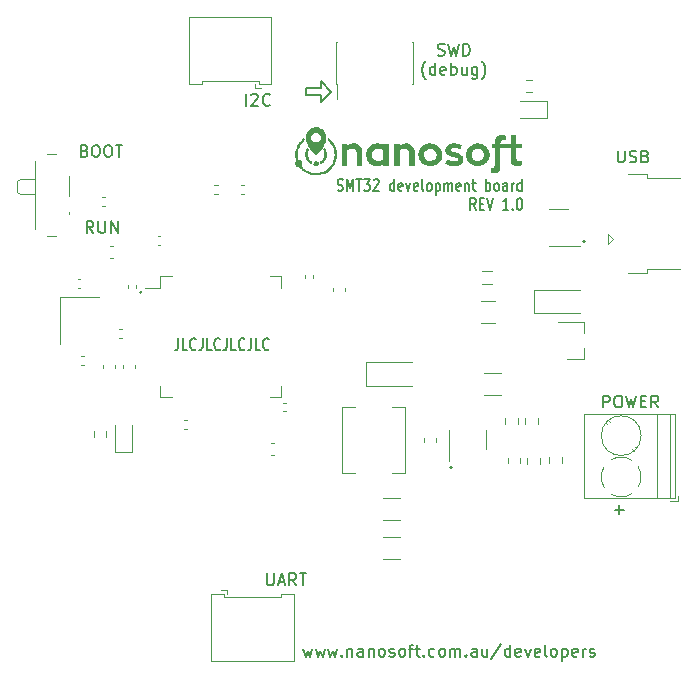
<source format=gbr>
%TF.GenerationSoftware,KiCad,Pcbnew,(5.99.0-7547-g7565f60a03)*%
%TF.CreationDate,2020-12-15T07:52:55+08:00*%
%TF.ProjectId,STM32F4_REV2,53544d33-3246-4345-9f52-4556322e6b69,rev?*%
%TF.SameCoordinates,Original*%
%TF.FileFunction,Legend,Top*%
%TF.FilePolarity,Positive*%
%FSLAX46Y46*%
G04 Gerber Fmt 4.6, Leading zero omitted, Abs format (unit mm)*
G04 Created by KiCad (PCBNEW (5.99.0-7547-g7565f60a03)) date 2020-12-15 07:52:55*
%MOMM*%
%LPD*%
G01*
G04 APERTURE LIST*
%ADD10C,0.150000*%
%ADD11C,0.120000*%
G04 APERTURE END LIST*
D10*
X109700000Y-72100000D02*
X109700000Y-72100000D01*
X109700000Y-72100000D02*
X109700000Y-72675000D01*
X109700000Y-72675000D02*
X109700000Y-72675000D01*
X109700000Y-72675000D02*
X109700000Y-72100000D01*
X110600000Y-73000000D02*
X109700000Y-72100000D01*
X94541063Y-89970000D02*
G75*
G03*
X94541063Y-89970000I-71063J0D01*
G01*
X109700000Y-73900000D02*
X110600000Y-73000000D01*
X108450000Y-73300000D02*
X109700000Y-73300000D01*
X109700000Y-72675000D02*
X108450000Y-72675000D01*
X120815139Y-104800000D02*
G75*
G03*
X120815139Y-104800000I-90139J0D01*
G01*
X108450000Y-72675000D02*
X108450000Y-73300000D01*
X109700000Y-73300000D02*
X109700000Y-73900000D01*
X132090139Y-85700000D02*
G75*
G03*
X132090139Y-85700000I-90139J0D01*
G01*
X134863095Y-77977380D02*
X134863095Y-78786904D01*
X134910714Y-78882142D01*
X134958333Y-78929761D01*
X135053571Y-78977380D01*
X135244047Y-78977380D01*
X135339285Y-78929761D01*
X135386904Y-78882142D01*
X135434523Y-78786904D01*
X135434523Y-77977380D01*
X135863095Y-78929761D02*
X136005952Y-78977380D01*
X136244047Y-78977380D01*
X136339285Y-78929761D01*
X136386904Y-78882142D01*
X136434523Y-78786904D01*
X136434523Y-78691666D01*
X136386904Y-78596428D01*
X136339285Y-78548809D01*
X136244047Y-78501190D01*
X136053571Y-78453571D01*
X135958333Y-78405952D01*
X135910714Y-78358333D01*
X135863095Y-78263095D01*
X135863095Y-78167857D01*
X135910714Y-78072619D01*
X135958333Y-78025000D01*
X136053571Y-77977380D01*
X136291666Y-77977380D01*
X136434523Y-78025000D01*
X137196428Y-78453571D02*
X137339285Y-78501190D01*
X137386904Y-78548809D01*
X137434523Y-78644047D01*
X137434523Y-78786904D01*
X137386904Y-78882142D01*
X137339285Y-78929761D01*
X137244047Y-78977380D01*
X136863095Y-78977380D01*
X136863095Y-77977380D01*
X137196428Y-77977380D01*
X137291666Y-78025000D01*
X137339285Y-78072619D01*
X137386904Y-78167857D01*
X137386904Y-78263095D01*
X137339285Y-78358333D01*
X137291666Y-78405952D01*
X137196428Y-78453571D01*
X136863095Y-78453571D01*
X108242857Y-120160714D02*
X108433333Y-120827380D01*
X108623809Y-120351190D01*
X108814285Y-120827380D01*
X109004761Y-120160714D01*
X109290476Y-120160714D02*
X109480952Y-120827380D01*
X109671428Y-120351190D01*
X109861904Y-120827380D01*
X110052380Y-120160714D01*
X110338095Y-120160714D02*
X110528571Y-120827380D01*
X110719047Y-120351190D01*
X110909523Y-120827380D01*
X111100000Y-120160714D01*
X111480952Y-120732142D02*
X111528571Y-120779761D01*
X111480952Y-120827380D01*
X111433333Y-120779761D01*
X111480952Y-120732142D01*
X111480952Y-120827380D01*
X111957142Y-120160714D02*
X111957142Y-120827380D01*
X111957142Y-120255952D02*
X112004761Y-120208333D01*
X112100000Y-120160714D01*
X112242857Y-120160714D01*
X112338095Y-120208333D01*
X112385714Y-120303571D01*
X112385714Y-120827380D01*
X113290476Y-120827380D02*
X113290476Y-120303571D01*
X113242857Y-120208333D01*
X113147619Y-120160714D01*
X112957142Y-120160714D01*
X112861904Y-120208333D01*
X113290476Y-120779761D02*
X113195238Y-120827380D01*
X112957142Y-120827380D01*
X112861904Y-120779761D01*
X112814285Y-120684523D01*
X112814285Y-120589285D01*
X112861904Y-120494047D01*
X112957142Y-120446428D01*
X113195238Y-120446428D01*
X113290476Y-120398809D01*
X113766666Y-120160714D02*
X113766666Y-120827380D01*
X113766666Y-120255952D02*
X113814285Y-120208333D01*
X113909523Y-120160714D01*
X114052380Y-120160714D01*
X114147619Y-120208333D01*
X114195238Y-120303571D01*
X114195238Y-120827380D01*
X114814285Y-120827380D02*
X114719047Y-120779761D01*
X114671428Y-120732142D01*
X114623809Y-120636904D01*
X114623809Y-120351190D01*
X114671428Y-120255952D01*
X114719047Y-120208333D01*
X114814285Y-120160714D01*
X114957142Y-120160714D01*
X115052380Y-120208333D01*
X115100000Y-120255952D01*
X115147619Y-120351190D01*
X115147619Y-120636904D01*
X115100000Y-120732142D01*
X115052380Y-120779761D01*
X114957142Y-120827380D01*
X114814285Y-120827380D01*
X115528571Y-120779761D02*
X115623809Y-120827380D01*
X115814285Y-120827380D01*
X115909523Y-120779761D01*
X115957142Y-120684523D01*
X115957142Y-120636904D01*
X115909523Y-120541666D01*
X115814285Y-120494047D01*
X115671428Y-120494047D01*
X115576190Y-120446428D01*
X115528571Y-120351190D01*
X115528571Y-120303571D01*
X115576190Y-120208333D01*
X115671428Y-120160714D01*
X115814285Y-120160714D01*
X115909523Y-120208333D01*
X116528571Y-120827380D02*
X116433333Y-120779761D01*
X116385714Y-120732142D01*
X116338095Y-120636904D01*
X116338095Y-120351190D01*
X116385714Y-120255952D01*
X116433333Y-120208333D01*
X116528571Y-120160714D01*
X116671428Y-120160714D01*
X116766666Y-120208333D01*
X116814285Y-120255952D01*
X116861904Y-120351190D01*
X116861904Y-120636904D01*
X116814285Y-120732142D01*
X116766666Y-120779761D01*
X116671428Y-120827380D01*
X116528571Y-120827380D01*
X117147619Y-120160714D02*
X117528571Y-120160714D01*
X117290476Y-120827380D02*
X117290476Y-119970238D01*
X117338095Y-119875000D01*
X117433333Y-119827380D01*
X117528571Y-119827380D01*
X117719047Y-120160714D02*
X118100000Y-120160714D01*
X117861904Y-119827380D02*
X117861904Y-120684523D01*
X117909523Y-120779761D01*
X118004761Y-120827380D01*
X118100000Y-120827380D01*
X118433333Y-120732142D02*
X118480952Y-120779761D01*
X118433333Y-120827380D01*
X118385714Y-120779761D01*
X118433333Y-120732142D01*
X118433333Y-120827380D01*
X119338095Y-120779761D02*
X119242857Y-120827380D01*
X119052380Y-120827380D01*
X118957142Y-120779761D01*
X118909523Y-120732142D01*
X118861904Y-120636904D01*
X118861904Y-120351190D01*
X118909523Y-120255952D01*
X118957142Y-120208333D01*
X119052380Y-120160714D01*
X119242857Y-120160714D01*
X119338095Y-120208333D01*
X119909523Y-120827380D02*
X119814285Y-120779761D01*
X119766666Y-120732142D01*
X119719047Y-120636904D01*
X119719047Y-120351190D01*
X119766666Y-120255952D01*
X119814285Y-120208333D01*
X119909523Y-120160714D01*
X120052380Y-120160714D01*
X120147619Y-120208333D01*
X120195238Y-120255952D01*
X120242857Y-120351190D01*
X120242857Y-120636904D01*
X120195238Y-120732142D01*
X120147619Y-120779761D01*
X120052380Y-120827380D01*
X119909523Y-120827380D01*
X120671428Y-120827380D02*
X120671428Y-120160714D01*
X120671428Y-120255952D02*
X120719047Y-120208333D01*
X120814285Y-120160714D01*
X120957142Y-120160714D01*
X121052380Y-120208333D01*
X121100000Y-120303571D01*
X121100000Y-120827380D01*
X121100000Y-120303571D02*
X121147619Y-120208333D01*
X121242857Y-120160714D01*
X121385714Y-120160714D01*
X121480952Y-120208333D01*
X121528571Y-120303571D01*
X121528571Y-120827380D01*
X122004761Y-120732142D02*
X122052380Y-120779761D01*
X122004761Y-120827380D01*
X121957142Y-120779761D01*
X122004761Y-120732142D01*
X122004761Y-120827380D01*
X122909523Y-120827380D02*
X122909523Y-120303571D01*
X122861904Y-120208333D01*
X122766666Y-120160714D01*
X122576190Y-120160714D01*
X122480952Y-120208333D01*
X122909523Y-120779761D02*
X122814285Y-120827380D01*
X122576190Y-120827380D01*
X122480952Y-120779761D01*
X122433333Y-120684523D01*
X122433333Y-120589285D01*
X122480952Y-120494047D01*
X122576190Y-120446428D01*
X122814285Y-120446428D01*
X122909523Y-120398809D01*
X123814285Y-120160714D02*
X123814285Y-120827380D01*
X123385714Y-120160714D02*
X123385714Y-120684523D01*
X123433333Y-120779761D01*
X123528571Y-120827380D01*
X123671428Y-120827380D01*
X123766666Y-120779761D01*
X123814285Y-120732142D01*
X125004761Y-119779761D02*
X124147619Y-121065476D01*
X125766666Y-120827380D02*
X125766666Y-119827380D01*
X125766666Y-120779761D02*
X125671428Y-120827380D01*
X125480952Y-120827380D01*
X125385714Y-120779761D01*
X125338095Y-120732142D01*
X125290476Y-120636904D01*
X125290476Y-120351190D01*
X125338095Y-120255952D01*
X125385714Y-120208333D01*
X125480952Y-120160714D01*
X125671428Y-120160714D01*
X125766666Y-120208333D01*
X126623809Y-120779761D02*
X126528571Y-120827380D01*
X126338095Y-120827380D01*
X126242857Y-120779761D01*
X126195238Y-120684523D01*
X126195238Y-120303571D01*
X126242857Y-120208333D01*
X126338095Y-120160714D01*
X126528571Y-120160714D01*
X126623809Y-120208333D01*
X126671428Y-120303571D01*
X126671428Y-120398809D01*
X126195238Y-120494047D01*
X127004761Y-120160714D02*
X127242857Y-120827380D01*
X127480952Y-120160714D01*
X128242857Y-120779761D02*
X128147619Y-120827380D01*
X127957142Y-120827380D01*
X127861904Y-120779761D01*
X127814285Y-120684523D01*
X127814285Y-120303571D01*
X127861904Y-120208333D01*
X127957142Y-120160714D01*
X128147619Y-120160714D01*
X128242857Y-120208333D01*
X128290476Y-120303571D01*
X128290476Y-120398809D01*
X127814285Y-120494047D01*
X128861904Y-120827380D02*
X128766666Y-120779761D01*
X128719047Y-120684523D01*
X128719047Y-119827380D01*
X129385714Y-120827380D02*
X129290476Y-120779761D01*
X129242857Y-120732142D01*
X129195238Y-120636904D01*
X129195238Y-120351190D01*
X129242857Y-120255952D01*
X129290476Y-120208333D01*
X129385714Y-120160714D01*
X129528571Y-120160714D01*
X129623809Y-120208333D01*
X129671428Y-120255952D01*
X129719047Y-120351190D01*
X129719047Y-120636904D01*
X129671428Y-120732142D01*
X129623809Y-120779761D01*
X129528571Y-120827380D01*
X129385714Y-120827380D01*
X130147619Y-120160714D02*
X130147619Y-121160714D01*
X130147619Y-120208333D02*
X130242857Y-120160714D01*
X130433333Y-120160714D01*
X130528571Y-120208333D01*
X130576190Y-120255952D01*
X130623809Y-120351190D01*
X130623809Y-120636904D01*
X130576190Y-120732142D01*
X130528571Y-120779761D01*
X130433333Y-120827380D01*
X130242857Y-120827380D01*
X130147619Y-120779761D01*
X131433333Y-120779761D02*
X131338095Y-120827380D01*
X131147619Y-120827380D01*
X131052380Y-120779761D01*
X131004761Y-120684523D01*
X131004761Y-120303571D01*
X131052380Y-120208333D01*
X131147619Y-120160714D01*
X131338095Y-120160714D01*
X131433333Y-120208333D01*
X131480952Y-120303571D01*
X131480952Y-120398809D01*
X131004761Y-120494047D01*
X131909523Y-120827380D02*
X131909523Y-120160714D01*
X131909523Y-120351190D02*
X131957142Y-120255952D01*
X132004761Y-120208333D01*
X132100000Y-120160714D01*
X132195238Y-120160714D01*
X132480952Y-120779761D02*
X132576190Y-120827380D01*
X132766666Y-120827380D01*
X132861904Y-120779761D01*
X132909523Y-120684523D01*
X132909523Y-120636904D01*
X132861904Y-120541666D01*
X132766666Y-120494047D01*
X132623809Y-120494047D01*
X132528571Y-120446428D01*
X132480952Y-120351190D01*
X132480952Y-120303571D01*
X132528571Y-120208333D01*
X132623809Y-120160714D01*
X132766666Y-120160714D01*
X132861904Y-120208333D01*
X105154761Y-113777380D02*
X105154761Y-114586904D01*
X105202380Y-114682142D01*
X105250000Y-114729761D01*
X105345238Y-114777380D01*
X105535714Y-114777380D01*
X105630952Y-114729761D01*
X105678571Y-114682142D01*
X105726190Y-114586904D01*
X105726190Y-113777380D01*
X106154761Y-114491666D02*
X106630952Y-114491666D01*
X106059523Y-114777380D02*
X106392857Y-113777380D01*
X106726190Y-114777380D01*
X107630952Y-114777380D02*
X107297619Y-114301190D01*
X107059523Y-114777380D02*
X107059523Y-113777380D01*
X107440476Y-113777380D01*
X107535714Y-113825000D01*
X107583333Y-113872619D01*
X107630952Y-113967857D01*
X107630952Y-114110714D01*
X107583333Y-114205952D01*
X107535714Y-114253571D01*
X107440476Y-114301190D01*
X107059523Y-114301190D01*
X107916666Y-113777380D02*
X108488095Y-113777380D01*
X108202380Y-114777380D02*
X108202380Y-113777380D01*
X89717857Y-78003571D02*
X89860714Y-78051190D01*
X89908333Y-78098809D01*
X89955952Y-78194047D01*
X89955952Y-78336904D01*
X89908333Y-78432142D01*
X89860714Y-78479761D01*
X89765476Y-78527380D01*
X89384523Y-78527380D01*
X89384523Y-77527380D01*
X89717857Y-77527380D01*
X89813095Y-77575000D01*
X89860714Y-77622619D01*
X89908333Y-77717857D01*
X89908333Y-77813095D01*
X89860714Y-77908333D01*
X89813095Y-77955952D01*
X89717857Y-78003571D01*
X89384523Y-78003571D01*
X90575000Y-77527380D02*
X90765476Y-77527380D01*
X90860714Y-77575000D01*
X90955952Y-77670238D01*
X91003571Y-77860714D01*
X91003571Y-78194047D01*
X90955952Y-78384523D01*
X90860714Y-78479761D01*
X90765476Y-78527380D01*
X90575000Y-78527380D01*
X90479761Y-78479761D01*
X90384523Y-78384523D01*
X90336904Y-78194047D01*
X90336904Y-77860714D01*
X90384523Y-77670238D01*
X90479761Y-77575000D01*
X90575000Y-77527380D01*
X91622619Y-77527380D02*
X91813095Y-77527380D01*
X91908333Y-77575000D01*
X92003571Y-77670238D01*
X92051190Y-77860714D01*
X92051190Y-78194047D01*
X92003571Y-78384523D01*
X91908333Y-78479761D01*
X91813095Y-78527380D01*
X91622619Y-78527380D01*
X91527380Y-78479761D01*
X91432142Y-78384523D01*
X91384523Y-78194047D01*
X91384523Y-77860714D01*
X91432142Y-77670238D01*
X91527380Y-77575000D01*
X91622619Y-77527380D01*
X92336904Y-77527380D02*
X92908333Y-77527380D01*
X92622619Y-78527380D02*
X92622619Y-77527380D01*
X103398809Y-74177380D02*
X103398809Y-73177380D01*
X103827380Y-73272619D02*
X103875000Y-73225000D01*
X103970238Y-73177380D01*
X104208333Y-73177380D01*
X104303571Y-73225000D01*
X104351190Y-73272619D01*
X104398809Y-73367857D01*
X104398809Y-73463095D01*
X104351190Y-73605952D01*
X103779761Y-74177380D01*
X104398809Y-74177380D01*
X105398809Y-74082142D02*
X105351190Y-74129761D01*
X105208333Y-74177380D01*
X105113095Y-74177380D01*
X104970238Y-74129761D01*
X104875000Y-74034523D01*
X104827380Y-73939285D01*
X104779761Y-73748809D01*
X104779761Y-73605952D01*
X104827380Y-73415476D01*
X104875000Y-73320238D01*
X104970238Y-73225000D01*
X105113095Y-73177380D01*
X105208333Y-73177380D01*
X105351190Y-73225000D01*
X105398809Y-73272619D01*
X119617857Y-69899761D02*
X119760714Y-69947380D01*
X119998809Y-69947380D01*
X120094047Y-69899761D01*
X120141666Y-69852142D01*
X120189285Y-69756904D01*
X120189285Y-69661666D01*
X120141666Y-69566428D01*
X120094047Y-69518809D01*
X119998809Y-69471190D01*
X119808333Y-69423571D01*
X119713095Y-69375952D01*
X119665476Y-69328333D01*
X119617857Y-69233095D01*
X119617857Y-69137857D01*
X119665476Y-69042619D01*
X119713095Y-68995000D01*
X119808333Y-68947380D01*
X120046428Y-68947380D01*
X120189285Y-68995000D01*
X120522619Y-68947380D02*
X120760714Y-69947380D01*
X120951190Y-69233095D01*
X121141666Y-69947380D01*
X121379761Y-68947380D01*
X121760714Y-69947380D02*
X121760714Y-68947380D01*
X121998809Y-68947380D01*
X122141666Y-68995000D01*
X122236904Y-69090238D01*
X122284523Y-69185476D01*
X122332142Y-69375952D01*
X122332142Y-69518809D01*
X122284523Y-69709285D01*
X122236904Y-69804523D01*
X122141666Y-69899761D01*
X121998809Y-69947380D01*
X121760714Y-69947380D01*
X118594047Y-71938333D02*
X118546428Y-71890714D01*
X118451190Y-71747857D01*
X118403571Y-71652619D01*
X118355952Y-71509761D01*
X118308333Y-71271666D01*
X118308333Y-71081190D01*
X118355952Y-70843095D01*
X118403571Y-70700238D01*
X118451190Y-70605000D01*
X118546428Y-70462142D01*
X118594047Y-70414523D01*
X119403571Y-71557380D02*
X119403571Y-70557380D01*
X119403571Y-71509761D02*
X119308333Y-71557380D01*
X119117857Y-71557380D01*
X119022619Y-71509761D01*
X118975000Y-71462142D01*
X118927380Y-71366904D01*
X118927380Y-71081190D01*
X118975000Y-70985952D01*
X119022619Y-70938333D01*
X119117857Y-70890714D01*
X119308333Y-70890714D01*
X119403571Y-70938333D01*
X120260714Y-71509761D02*
X120165476Y-71557380D01*
X119975000Y-71557380D01*
X119879761Y-71509761D01*
X119832142Y-71414523D01*
X119832142Y-71033571D01*
X119879761Y-70938333D01*
X119975000Y-70890714D01*
X120165476Y-70890714D01*
X120260714Y-70938333D01*
X120308333Y-71033571D01*
X120308333Y-71128809D01*
X119832142Y-71224047D01*
X120736904Y-71557380D02*
X120736904Y-70557380D01*
X120736904Y-70938333D02*
X120832142Y-70890714D01*
X121022619Y-70890714D01*
X121117857Y-70938333D01*
X121165476Y-70985952D01*
X121213095Y-71081190D01*
X121213095Y-71366904D01*
X121165476Y-71462142D01*
X121117857Y-71509761D01*
X121022619Y-71557380D01*
X120832142Y-71557380D01*
X120736904Y-71509761D01*
X122070238Y-70890714D02*
X122070238Y-71557380D01*
X121641666Y-70890714D02*
X121641666Y-71414523D01*
X121689285Y-71509761D01*
X121784523Y-71557380D01*
X121927380Y-71557380D01*
X122022619Y-71509761D01*
X122070238Y-71462142D01*
X122975000Y-70890714D02*
X122975000Y-71700238D01*
X122927380Y-71795476D01*
X122879761Y-71843095D01*
X122784523Y-71890714D01*
X122641666Y-71890714D01*
X122546428Y-71843095D01*
X122975000Y-71509761D02*
X122879761Y-71557380D01*
X122689285Y-71557380D01*
X122594047Y-71509761D01*
X122546428Y-71462142D01*
X122498809Y-71366904D01*
X122498809Y-71081190D01*
X122546428Y-70985952D01*
X122594047Y-70938333D01*
X122689285Y-70890714D01*
X122879761Y-70890714D01*
X122975000Y-70938333D01*
X123355952Y-71938333D02*
X123403571Y-71890714D01*
X123498809Y-71747857D01*
X123546428Y-71652619D01*
X123594047Y-71509761D01*
X123641666Y-71271666D01*
X123641666Y-71081190D01*
X123594047Y-70843095D01*
X123546428Y-70700238D01*
X123498809Y-70605000D01*
X123403571Y-70462142D01*
X123355952Y-70414523D01*
X133615476Y-99727380D02*
X133615476Y-98727380D01*
X133996428Y-98727380D01*
X134091666Y-98775000D01*
X134139285Y-98822619D01*
X134186904Y-98917857D01*
X134186904Y-99060714D01*
X134139285Y-99155952D01*
X134091666Y-99203571D01*
X133996428Y-99251190D01*
X133615476Y-99251190D01*
X134805952Y-98727380D02*
X134996428Y-98727380D01*
X135091666Y-98775000D01*
X135186904Y-98870238D01*
X135234523Y-99060714D01*
X135234523Y-99394047D01*
X135186904Y-99584523D01*
X135091666Y-99679761D01*
X134996428Y-99727380D01*
X134805952Y-99727380D01*
X134710714Y-99679761D01*
X134615476Y-99584523D01*
X134567857Y-99394047D01*
X134567857Y-99060714D01*
X134615476Y-98870238D01*
X134710714Y-98775000D01*
X134805952Y-98727380D01*
X135567857Y-98727380D02*
X135805952Y-99727380D01*
X135996428Y-99013095D01*
X136186904Y-99727380D01*
X136425000Y-98727380D01*
X136805952Y-99203571D02*
X137139285Y-99203571D01*
X137282142Y-99727380D02*
X136805952Y-99727380D01*
X136805952Y-98727380D01*
X137282142Y-98727380D01*
X138282142Y-99727380D02*
X137948809Y-99251190D01*
X137710714Y-99727380D02*
X137710714Y-98727380D01*
X138091666Y-98727380D01*
X138186904Y-98775000D01*
X138234523Y-98822619D01*
X138282142Y-98917857D01*
X138282142Y-99060714D01*
X138234523Y-99155952D01*
X138186904Y-99203571D01*
X138091666Y-99251190D01*
X137710714Y-99251190D01*
X90461904Y-84952380D02*
X90128571Y-84476190D01*
X89890476Y-84952380D02*
X89890476Y-83952380D01*
X90271428Y-83952380D01*
X90366666Y-84000000D01*
X90414285Y-84047619D01*
X90461904Y-84142857D01*
X90461904Y-84285714D01*
X90414285Y-84380952D01*
X90366666Y-84428571D01*
X90271428Y-84476190D01*
X89890476Y-84476190D01*
X90890476Y-83952380D02*
X90890476Y-84761904D01*
X90938095Y-84857142D01*
X90985714Y-84904761D01*
X91080952Y-84952380D01*
X91271428Y-84952380D01*
X91366666Y-84904761D01*
X91414285Y-84857142D01*
X91461904Y-84761904D01*
X91461904Y-83952380D01*
X91938095Y-84952380D02*
X91938095Y-83952380D01*
X92509523Y-84952380D01*
X92509523Y-83952380D01*
X111131071Y-81349761D02*
X111245357Y-81397380D01*
X111435833Y-81397380D01*
X111512023Y-81349761D01*
X111550119Y-81302142D01*
X111588214Y-81206904D01*
X111588214Y-81111666D01*
X111550119Y-81016428D01*
X111512023Y-80968809D01*
X111435833Y-80921190D01*
X111283452Y-80873571D01*
X111207261Y-80825952D01*
X111169166Y-80778333D01*
X111131071Y-80683095D01*
X111131071Y-80587857D01*
X111169166Y-80492619D01*
X111207261Y-80445000D01*
X111283452Y-80397380D01*
X111473928Y-80397380D01*
X111588214Y-80445000D01*
X111931071Y-81397380D02*
X111931071Y-80397380D01*
X112197738Y-81111666D01*
X112464404Y-80397380D01*
X112464404Y-81397380D01*
X112731071Y-80397380D02*
X113188214Y-80397380D01*
X112959642Y-81397380D02*
X112959642Y-80397380D01*
X113378690Y-80397380D02*
X113873928Y-80397380D01*
X113607261Y-80778333D01*
X113721547Y-80778333D01*
X113797738Y-80825952D01*
X113835833Y-80873571D01*
X113873928Y-80968809D01*
X113873928Y-81206904D01*
X113835833Y-81302142D01*
X113797738Y-81349761D01*
X113721547Y-81397380D01*
X113492976Y-81397380D01*
X113416785Y-81349761D01*
X113378690Y-81302142D01*
X114178690Y-80492619D02*
X114216785Y-80445000D01*
X114292976Y-80397380D01*
X114483452Y-80397380D01*
X114559642Y-80445000D01*
X114597738Y-80492619D01*
X114635833Y-80587857D01*
X114635833Y-80683095D01*
X114597738Y-80825952D01*
X114140595Y-81397380D01*
X114635833Y-81397380D01*
X115931071Y-81397380D02*
X115931071Y-80397380D01*
X115931071Y-81349761D02*
X115854880Y-81397380D01*
X115702500Y-81397380D01*
X115626309Y-81349761D01*
X115588214Y-81302142D01*
X115550119Y-81206904D01*
X115550119Y-80921190D01*
X115588214Y-80825952D01*
X115626309Y-80778333D01*
X115702500Y-80730714D01*
X115854880Y-80730714D01*
X115931071Y-80778333D01*
X116616785Y-81349761D02*
X116540595Y-81397380D01*
X116388214Y-81397380D01*
X116312023Y-81349761D01*
X116273928Y-81254523D01*
X116273928Y-80873571D01*
X116312023Y-80778333D01*
X116388214Y-80730714D01*
X116540595Y-80730714D01*
X116616785Y-80778333D01*
X116654880Y-80873571D01*
X116654880Y-80968809D01*
X116273928Y-81064047D01*
X116921547Y-80730714D02*
X117112023Y-81397380D01*
X117302500Y-80730714D01*
X117912023Y-81349761D02*
X117835833Y-81397380D01*
X117683452Y-81397380D01*
X117607261Y-81349761D01*
X117569166Y-81254523D01*
X117569166Y-80873571D01*
X117607261Y-80778333D01*
X117683452Y-80730714D01*
X117835833Y-80730714D01*
X117912023Y-80778333D01*
X117950119Y-80873571D01*
X117950119Y-80968809D01*
X117569166Y-81064047D01*
X118407261Y-81397380D02*
X118331071Y-81349761D01*
X118292976Y-81254523D01*
X118292976Y-80397380D01*
X118826309Y-81397380D02*
X118750119Y-81349761D01*
X118712023Y-81302142D01*
X118673928Y-81206904D01*
X118673928Y-80921190D01*
X118712023Y-80825952D01*
X118750119Y-80778333D01*
X118826309Y-80730714D01*
X118940595Y-80730714D01*
X119016785Y-80778333D01*
X119054880Y-80825952D01*
X119092976Y-80921190D01*
X119092976Y-81206904D01*
X119054880Y-81302142D01*
X119016785Y-81349761D01*
X118940595Y-81397380D01*
X118826309Y-81397380D01*
X119435833Y-80730714D02*
X119435833Y-81730714D01*
X119435833Y-80778333D02*
X119512023Y-80730714D01*
X119664404Y-80730714D01*
X119740595Y-80778333D01*
X119778690Y-80825952D01*
X119816785Y-80921190D01*
X119816785Y-81206904D01*
X119778690Y-81302142D01*
X119740595Y-81349761D01*
X119664404Y-81397380D01*
X119512023Y-81397380D01*
X119435833Y-81349761D01*
X120159642Y-81397380D02*
X120159642Y-80730714D01*
X120159642Y-80825952D02*
X120197738Y-80778333D01*
X120273928Y-80730714D01*
X120388214Y-80730714D01*
X120464404Y-80778333D01*
X120502500Y-80873571D01*
X120502500Y-81397380D01*
X120502500Y-80873571D02*
X120540595Y-80778333D01*
X120616785Y-80730714D01*
X120731071Y-80730714D01*
X120807261Y-80778333D01*
X120845357Y-80873571D01*
X120845357Y-81397380D01*
X121531071Y-81349761D02*
X121454880Y-81397380D01*
X121302500Y-81397380D01*
X121226309Y-81349761D01*
X121188214Y-81254523D01*
X121188214Y-80873571D01*
X121226309Y-80778333D01*
X121302500Y-80730714D01*
X121454880Y-80730714D01*
X121531071Y-80778333D01*
X121569166Y-80873571D01*
X121569166Y-80968809D01*
X121188214Y-81064047D01*
X121912023Y-80730714D02*
X121912023Y-81397380D01*
X121912023Y-80825952D02*
X121950119Y-80778333D01*
X122026309Y-80730714D01*
X122140595Y-80730714D01*
X122216785Y-80778333D01*
X122254880Y-80873571D01*
X122254880Y-81397380D01*
X122521547Y-80730714D02*
X122826309Y-80730714D01*
X122635833Y-80397380D02*
X122635833Y-81254523D01*
X122673928Y-81349761D01*
X122750119Y-81397380D01*
X122826309Y-81397380D01*
X123702500Y-81397380D02*
X123702500Y-80397380D01*
X123702500Y-80778333D02*
X123778690Y-80730714D01*
X123931071Y-80730714D01*
X124007261Y-80778333D01*
X124045357Y-80825952D01*
X124083452Y-80921190D01*
X124083452Y-81206904D01*
X124045357Y-81302142D01*
X124007261Y-81349761D01*
X123931071Y-81397380D01*
X123778690Y-81397380D01*
X123702500Y-81349761D01*
X124540595Y-81397380D02*
X124464404Y-81349761D01*
X124426309Y-81302142D01*
X124388214Y-81206904D01*
X124388214Y-80921190D01*
X124426309Y-80825952D01*
X124464404Y-80778333D01*
X124540595Y-80730714D01*
X124654880Y-80730714D01*
X124731071Y-80778333D01*
X124769166Y-80825952D01*
X124807261Y-80921190D01*
X124807261Y-81206904D01*
X124769166Y-81302142D01*
X124731071Y-81349761D01*
X124654880Y-81397380D01*
X124540595Y-81397380D01*
X125492976Y-81397380D02*
X125492976Y-80873571D01*
X125454880Y-80778333D01*
X125378690Y-80730714D01*
X125226309Y-80730714D01*
X125150119Y-80778333D01*
X125492976Y-81349761D02*
X125416785Y-81397380D01*
X125226309Y-81397380D01*
X125150119Y-81349761D01*
X125112023Y-81254523D01*
X125112023Y-81159285D01*
X125150119Y-81064047D01*
X125226309Y-81016428D01*
X125416785Y-81016428D01*
X125492976Y-80968809D01*
X125873928Y-81397380D02*
X125873928Y-80730714D01*
X125873928Y-80921190D02*
X125912023Y-80825952D01*
X125950119Y-80778333D01*
X126026309Y-80730714D01*
X126102500Y-80730714D01*
X126712023Y-81397380D02*
X126712023Y-80397380D01*
X126712023Y-81349761D02*
X126635833Y-81397380D01*
X126483452Y-81397380D01*
X126407261Y-81349761D01*
X126369166Y-81302142D01*
X126331071Y-81206904D01*
X126331071Y-80921190D01*
X126369166Y-80825952D01*
X126407261Y-80778333D01*
X126483452Y-80730714D01*
X126635833Y-80730714D01*
X126712023Y-80778333D01*
X122826309Y-83007380D02*
X122559642Y-82531190D01*
X122369166Y-83007380D02*
X122369166Y-82007380D01*
X122673928Y-82007380D01*
X122750119Y-82055000D01*
X122788214Y-82102619D01*
X122826309Y-82197857D01*
X122826309Y-82340714D01*
X122788214Y-82435952D01*
X122750119Y-82483571D01*
X122673928Y-82531190D01*
X122369166Y-82531190D01*
X123169166Y-82483571D02*
X123435833Y-82483571D01*
X123550119Y-83007380D02*
X123169166Y-83007380D01*
X123169166Y-82007380D01*
X123550119Y-82007380D01*
X123778690Y-82007380D02*
X124045357Y-83007380D01*
X124312023Y-82007380D01*
X125607261Y-83007380D02*
X125150119Y-83007380D01*
X125378690Y-83007380D02*
X125378690Y-82007380D01*
X125302500Y-82150238D01*
X125226309Y-82245476D01*
X125150119Y-82293095D01*
X125950119Y-82912142D02*
X125988214Y-82959761D01*
X125950119Y-83007380D01*
X125912023Y-82959761D01*
X125950119Y-82912142D01*
X125950119Y-83007380D01*
X126483452Y-82007380D02*
X126559642Y-82007380D01*
X126635833Y-82055000D01*
X126673928Y-82102619D01*
X126712023Y-82197857D01*
X126750119Y-82388333D01*
X126750119Y-82626428D01*
X126712023Y-82816904D01*
X126673928Y-82912142D01*
X126635833Y-82959761D01*
X126559642Y-83007380D01*
X126483452Y-83007380D01*
X126407261Y-82959761D01*
X126369166Y-82912142D01*
X126331071Y-82816904D01*
X126292976Y-82626428D01*
X126292976Y-82388333D01*
X126331071Y-82197857D01*
X126369166Y-82102619D01*
X126407261Y-82055000D01*
X126483452Y-82007380D01*
X97654761Y-93877380D02*
X97654761Y-94591666D01*
X97616666Y-94734523D01*
X97540476Y-94829761D01*
X97426190Y-94877380D01*
X97350000Y-94877380D01*
X98416666Y-94877380D02*
X98035714Y-94877380D01*
X98035714Y-93877380D01*
X99140476Y-94782142D02*
X99102380Y-94829761D01*
X98988095Y-94877380D01*
X98911904Y-94877380D01*
X98797619Y-94829761D01*
X98721428Y-94734523D01*
X98683333Y-94639285D01*
X98645238Y-94448809D01*
X98645238Y-94305952D01*
X98683333Y-94115476D01*
X98721428Y-94020238D01*
X98797619Y-93925000D01*
X98911904Y-93877380D01*
X98988095Y-93877380D01*
X99102380Y-93925000D01*
X99140476Y-93972619D01*
X99711904Y-93877380D02*
X99711904Y-94591666D01*
X99673809Y-94734523D01*
X99597619Y-94829761D01*
X99483333Y-94877380D01*
X99407142Y-94877380D01*
X100473809Y-94877380D02*
X100092857Y-94877380D01*
X100092857Y-93877380D01*
X101197619Y-94782142D02*
X101159523Y-94829761D01*
X101045238Y-94877380D01*
X100969047Y-94877380D01*
X100854761Y-94829761D01*
X100778571Y-94734523D01*
X100740476Y-94639285D01*
X100702380Y-94448809D01*
X100702380Y-94305952D01*
X100740476Y-94115476D01*
X100778571Y-94020238D01*
X100854761Y-93925000D01*
X100969047Y-93877380D01*
X101045238Y-93877380D01*
X101159523Y-93925000D01*
X101197619Y-93972619D01*
X101769047Y-93877380D02*
X101769047Y-94591666D01*
X101730952Y-94734523D01*
X101654761Y-94829761D01*
X101540476Y-94877380D01*
X101464285Y-94877380D01*
X102530952Y-94877380D02*
X102150000Y-94877380D01*
X102150000Y-93877380D01*
X103254761Y-94782142D02*
X103216666Y-94829761D01*
X103102380Y-94877380D01*
X103026190Y-94877380D01*
X102911904Y-94829761D01*
X102835714Y-94734523D01*
X102797619Y-94639285D01*
X102759523Y-94448809D01*
X102759523Y-94305952D01*
X102797619Y-94115476D01*
X102835714Y-94020238D01*
X102911904Y-93925000D01*
X103026190Y-93877380D01*
X103102380Y-93877380D01*
X103216666Y-93925000D01*
X103254761Y-93972619D01*
X103826190Y-93877380D02*
X103826190Y-94591666D01*
X103788095Y-94734523D01*
X103711904Y-94829761D01*
X103597619Y-94877380D01*
X103521428Y-94877380D01*
X104588095Y-94877380D02*
X104207142Y-94877380D01*
X104207142Y-93877380D01*
X105311904Y-94782142D02*
X105273809Y-94829761D01*
X105159523Y-94877380D01*
X105083333Y-94877380D01*
X104969047Y-94829761D01*
X104892857Y-94734523D01*
X104854761Y-94639285D01*
X104816666Y-94448809D01*
X104816666Y-94305952D01*
X104854761Y-94115476D01*
X104892857Y-94020238D01*
X104969047Y-93925000D01*
X105083333Y-93877380D01*
X105159523Y-93877380D01*
X105273809Y-93925000D01*
X105311904Y-93972619D01*
X134594047Y-108371428D02*
X135355952Y-108371428D01*
X134975000Y-108752380D02*
X134975000Y-107990476D01*
D11*
%TO.C,C10*%
X96107836Y-85215000D02*
X95892164Y-85215000D01*
X96107836Y-85935000D02*
X95892164Y-85935000D01*
%TO.C,J2*%
X117420000Y-68785000D02*
X117485000Y-68785000D01*
X117420000Y-72315000D02*
X117485000Y-72315000D01*
X111015000Y-68785000D02*
X111080000Y-68785000D01*
X111015000Y-72315000D02*
X111080000Y-72315000D01*
X111080000Y-73640000D02*
X111080000Y-72315000D01*
X117485000Y-72315000D02*
X117485000Y-68785000D01*
X111015000Y-72315000D02*
X111015000Y-68785000D01*
%TO.C,F1*%
X124452064Y-90740000D02*
X123247936Y-90740000D01*
X124452064Y-92560000D02*
X123247936Y-92560000D01*
%TO.C,J5*%
X140095000Y-88005000D02*
X137295000Y-88005000D01*
X137295000Y-88305000D02*
X135745000Y-88305000D01*
X134495000Y-85455000D02*
X134045000Y-85855000D01*
X137295000Y-88305000D02*
X137295000Y-88005000D01*
X137295000Y-80305000D02*
X137295000Y-80005000D01*
X134045000Y-85855000D02*
X134045000Y-85055000D01*
X137295000Y-80005000D02*
X135745000Y-80005000D01*
X134045000Y-85055000D02*
X134495000Y-85455000D01*
X140095000Y-80305000D02*
X137295000Y-80305000D01*
%TO.C,R3*%
X129077500Y-103962742D02*
X129077500Y-104437258D01*
X130122500Y-103962742D02*
X130122500Y-104437258D01*
%TO.C,C7*%
X98385163Y-100815507D02*
X98169491Y-100815507D01*
X98385163Y-101535507D02*
X98169491Y-101535507D01*
%TO.C,C12*%
X92990000Y-96390580D02*
X92990000Y-96109420D01*
X94010000Y-96390580D02*
X94010000Y-96109420D01*
%TO.C,L1*%
X116875000Y-105275000D02*
X115725000Y-105275000D01*
X111475000Y-99675000D02*
X111475000Y-105275000D01*
X116875000Y-99675000D02*
X115725000Y-99675000D01*
X111475000Y-105275000D02*
X112625000Y-105275000D01*
X111475000Y-99675000D02*
X112625000Y-99675000D01*
X116875000Y-99675000D02*
X116875000Y-105275000D01*
%TO.C,R5*%
X128252500Y-104002742D02*
X128252500Y-104477258D01*
X127207500Y-104002742D02*
X127207500Y-104477258D01*
%TO.C,R9*%
X90477500Y-101762742D02*
X90477500Y-102237258D01*
X91522500Y-101762742D02*
X91522500Y-102237258D01*
%TO.C,C15*%
X89142164Y-89610000D02*
X89357836Y-89610000D01*
X89142164Y-88890000D02*
X89357836Y-88890000D01*
%TO.C,U2*%
X106360000Y-88640000D02*
X106360000Y-89590000D01*
X105410000Y-88640000D02*
X106360000Y-88640000D01*
X106360000Y-98860000D02*
X106360000Y-97910000D01*
X105410000Y-98860000D02*
X106360000Y-98860000D01*
X97090000Y-98860000D02*
X96140000Y-98860000D01*
X96140000Y-88640000D02*
X96140000Y-89590000D01*
X96140000Y-98860000D02*
X96140000Y-97910000D01*
X96140000Y-89590000D02*
X94800000Y-89590000D01*
X97090000Y-88640000D02*
X96140000Y-88640000D01*
%TO.C,C11*%
X92260000Y-96390580D02*
X92260000Y-96109420D01*
X91240000Y-96390580D02*
X91240000Y-96109420D01*
%TO.C,J1*%
X139310000Y-107670000D02*
X139950000Y-107670000D01*
X133875000Y-101050000D02*
X133969000Y-101144000D01*
X139710000Y-107430000D02*
X139710000Y-100310000D01*
X136091000Y-103265000D02*
X136219000Y-103394000D01*
X134081000Y-100845000D02*
X134209000Y-100974000D01*
X139950000Y-107670000D02*
X139950000Y-107270000D01*
X131990000Y-100310000D02*
X139710000Y-100310000D01*
X138150000Y-107430000D02*
X138150000Y-100310000D01*
X131990000Y-107430000D02*
X131990000Y-100310000D01*
X136331000Y-103095000D02*
X136424000Y-103189000D01*
X139250000Y-107430000D02*
X139250000Y-100310000D01*
X131990000Y-107430000D02*
X139710000Y-107430000D01*
X136039894Y-107045358D02*
G75*
G02*
X134284000Y-107060000I-889894J1425358D01*
G01*
X136830099Y-105591326D02*
G75*
G02*
X136590000Y-106486000I-1680099J-28674D01*
G01*
X134259807Y-104194495D02*
G75*
G02*
X136041000Y-104195000I890193J-1425505D01*
G01*
X133724642Y-106509894D02*
G75*
G02*
X133710000Y-104754000I1425358J889894D01*
G01*
X136574721Y-104729736D02*
G75*
G02*
X136830000Y-105620000I-1424721J-890264D01*
G01*
X136830000Y-102120000D02*
G75*
G03*
X136830000Y-102120000I-1680000J0D01*
G01*
%TO.C,SW1*%
X84020000Y-80550000D02*
X84020000Y-81450000D01*
X87320000Y-78300000D02*
X86530000Y-78300000D01*
X88370000Y-80150000D02*
X88370000Y-81850000D01*
X85520000Y-80350000D02*
X84230000Y-80350000D01*
X84230000Y-80350000D02*
X84020000Y-80550000D01*
X85520000Y-78900000D02*
X85520000Y-84600000D01*
X84230000Y-81650000D02*
X85520000Y-81650000D01*
X86530000Y-85200000D02*
X87320000Y-85200000D01*
X84230000Y-81650000D02*
X84020000Y-81450000D01*
X88370000Y-83150000D02*
X88370000Y-83350000D01*
%TO.C,C6*%
X94110000Y-89607836D02*
X94110000Y-89392164D01*
X93390000Y-89607836D02*
X93390000Y-89392164D01*
%TO.C,R6*%
X127112742Y-73022500D02*
X127587258Y-73022500D01*
X127112742Y-71977500D02*
X127587258Y-71977500D01*
%TO.C,FB1*%
X123375378Y-89260000D02*
X124174622Y-89260000D01*
X123375378Y-88140000D02*
X124174622Y-88140000D01*
%TO.C,D1*%
X127750000Y-91750000D02*
X131650000Y-91750000D01*
X127750000Y-89750000D02*
X127750000Y-91750000D01*
X127750000Y-89750000D02*
X131650000Y-89750000D01*
%TO.C,C13*%
X105509420Y-102740000D02*
X105790580Y-102740000D01*
X105509420Y-103760000D02*
X105790580Y-103760000D01*
%TO.C,C14*%
X111780000Y-89860580D02*
X111780000Y-89579420D01*
X110760000Y-89860580D02*
X110760000Y-89579420D01*
%TO.C,G\u002A\u002A\u002A*%
G36*
X109367534Y-78861521D02*
G01*
X109410585Y-78877526D01*
X109456604Y-78908313D01*
X109498486Y-78947911D01*
X109529128Y-78990346D01*
X109534832Y-79002173D01*
X109548769Y-79062681D01*
X109545022Y-79128209D01*
X109525221Y-79191254D01*
X109490996Y-79244312D01*
X109479702Y-79255762D01*
X109426474Y-79290901D01*
X109363274Y-79311316D01*
X109297626Y-79315637D01*
X109237053Y-79302491D01*
X109232883Y-79300745D01*
X109185883Y-79271970D01*
X109143382Y-79231415D01*
X109112170Y-79186328D01*
X109101933Y-79161014D01*
X109089824Y-79088375D01*
X109097761Y-79025175D01*
X109126722Y-78967865D01*
X109167995Y-78921698D01*
X109223382Y-78880210D01*
X109280974Y-78859753D01*
X109346585Y-78858576D01*
X109367534Y-78861521D01*
G37*
G36*
X121115343Y-77377511D02*
G01*
X121233209Y-77393935D01*
X121360278Y-77419541D01*
X121486022Y-77451899D01*
X121599911Y-77488576D01*
X121606027Y-77490820D01*
X121693539Y-77523184D01*
X121616174Y-77693474D01*
X121589740Y-77751230D01*
X121566423Y-77801363D01*
X121547960Y-77840204D01*
X121536088Y-77864084D01*
X121532714Y-77869859D01*
X121519964Y-77869066D01*
X121489718Y-77862417D01*
X121446475Y-77851020D01*
X121394736Y-77835979D01*
X121393769Y-77835686D01*
X121272408Y-77803044D01*
X121157318Y-77780141D01*
X121050570Y-77766935D01*
X120954237Y-77763379D01*
X120870388Y-77769430D01*
X120801095Y-77785043D01*
X120748429Y-77810174D01*
X120714462Y-77844778D01*
X120711332Y-77850347D01*
X120693905Y-77901930D01*
X120698586Y-77947678D01*
X120725565Y-77988952D01*
X120731455Y-77994755D01*
X120755226Y-78014216D01*
X120784196Y-78031527D01*
X120821590Y-78047851D01*
X120870632Y-78064346D01*
X120934544Y-78082174D01*
X121016552Y-78102494D01*
X121057826Y-78112204D01*
X121158576Y-78136470D01*
X121241822Y-78158603D01*
X121312818Y-78180256D01*
X121376818Y-78203078D01*
X121439075Y-78228720D01*
X121463769Y-78239728D01*
X121538237Y-78281924D01*
X121609549Y-78337605D01*
X121671767Y-78401261D01*
X121718954Y-78467384D01*
X121728561Y-78485382D01*
X121741423Y-78512998D01*
X121750234Y-78537720D01*
X121755756Y-78564851D01*
X121758749Y-78599695D01*
X121759974Y-78647555D01*
X121760195Y-78705780D01*
X121760007Y-78768864D01*
X121758826Y-78814416D01*
X121755729Y-78847978D01*
X121749789Y-78875087D01*
X121740083Y-78901284D01*
X121725685Y-78932107D01*
X121720724Y-78942247D01*
X121662193Y-79035943D01*
X121585460Y-79115478D01*
X121490553Y-79180831D01*
X121377497Y-79231982D01*
X121325657Y-79248917D01*
X121290441Y-79258285D01*
X121254603Y-79265200D01*
X121213498Y-79270094D01*
X121162486Y-79273403D01*
X121096923Y-79275562D01*
X121027725Y-79276796D01*
X120956902Y-79277497D01*
X120891428Y-79277618D01*
X120835854Y-79277191D01*
X120794733Y-79276249D01*
X120773955Y-79275000D01*
X120627816Y-79249616D01*
X120475794Y-79208173D01*
X120325975Y-79152974D01*
X120288373Y-79136651D01*
X120221639Y-79106702D01*
X120310354Y-78928463D01*
X120343384Y-78862849D01*
X120368343Y-78815475D01*
X120386943Y-78783690D01*
X120400898Y-78764841D01*
X120411920Y-78756276D01*
X120421723Y-78755345D01*
X120422139Y-78755434D01*
X120441785Y-78761530D01*
X120477611Y-78774124D01*
X120524315Y-78791307D01*
X120570684Y-78808894D01*
X120698465Y-78851824D01*
X120820756Y-78878967D01*
X120947043Y-78892080D01*
X121029869Y-78893942D01*
X121089789Y-78893287D01*
X121132770Y-78891122D01*
X121164937Y-78886464D01*
X121192417Y-78878332D01*
X121221334Y-78865743D01*
X121229038Y-78862014D01*
X121281468Y-78829253D01*
X121313274Y-78790977D01*
X121326790Y-78743969D01*
X121327634Y-78725960D01*
X121324397Y-78694583D01*
X121313310Y-78667152D01*
X121292312Y-78642542D01*
X121259339Y-78619627D01*
X121212328Y-78597282D01*
X121149218Y-78574381D01*
X121067946Y-78549799D01*
X120966448Y-78522410D01*
X120943949Y-78516602D01*
X120832547Y-78487142D01*
X120740448Y-78460631D01*
X120664275Y-78435779D01*
X120600653Y-78411297D01*
X120546206Y-78385897D01*
X120497558Y-78358289D01*
X120455314Y-78330041D01*
X120377816Y-78261460D01*
X120319513Y-78180617D01*
X120280905Y-78088763D01*
X120262492Y-77987153D01*
X120264772Y-77877038D01*
X120267184Y-77858056D01*
X120287463Y-77768192D01*
X120322839Y-77688644D01*
X120376373Y-77613322D01*
X120407374Y-77579003D01*
X120496353Y-77502745D01*
X120600349Y-77443556D01*
X120718635Y-77401642D01*
X120850485Y-77377211D01*
X120995170Y-77370469D01*
X121115343Y-77377511D01*
G37*
G36*
X122031679Y-78100334D02*
G01*
X122072226Y-77981152D01*
X122125167Y-77868908D01*
X122188215Y-77770150D01*
X122198040Y-77757363D01*
X122296752Y-77650010D01*
X122408630Y-77559946D01*
X122531315Y-77487396D01*
X122662449Y-77432583D01*
X122799674Y-77395731D01*
X122940633Y-77377064D01*
X123082966Y-77376806D01*
X123224315Y-77395180D01*
X123362324Y-77432412D01*
X123494632Y-77488723D01*
X123618883Y-77564340D01*
X123685216Y-77616181D01*
X123792648Y-77721681D01*
X123879398Y-77837352D01*
X123945689Y-77963609D01*
X123991746Y-78100870D01*
X124015607Y-78230193D01*
X124020552Y-78349670D01*
X124008503Y-78474756D01*
X123980868Y-78598674D01*
X123939056Y-78714644D01*
X123898597Y-78793407D01*
X123864887Y-78842260D01*
X123818341Y-78899628D01*
X123764262Y-78959770D01*
X123707955Y-79016947D01*
X123654723Y-79065421D01*
X123626246Y-79088103D01*
X123527239Y-79150681D01*
X123412564Y-79204880D01*
X123304971Y-79242777D01*
X123256432Y-79256176D01*
X123211768Y-79265410D01*
X123164066Y-79271371D01*
X123106416Y-79274948D01*
X123040577Y-79276860D01*
X122978780Y-79277704D01*
X122922564Y-79277690D01*
X122877318Y-79276874D01*
X122848430Y-79275312D01*
X122844482Y-79274825D01*
X122808121Y-79267011D01*
X122757374Y-79253327D01*
X122699461Y-79235995D01*
X122641601Y-79217231D01*
X122591013Y-79199257D01*
X122565584Y-79189104D01*
X122481657Y-79145147D01*
X122394087Y-79085291D01*
X122308928Y-79014571D01*
X122232233Y-78938023D01*
X122170053Y-78860681D01*
X122169089Y-78859290D01*
X122103712Y-78748563D01*
X122052186Y-78627686D01*
X122016495Y-78502722D01*
X121998624Y-78379734D01*
X121996912Y-78333314D01*
X121997085Y-78331101D01*
X122479700Y-78331101D01*
X122489178Y-78428466D01*
X122516758Y-78522405D01*
X122562073Y-78609959D01*
X122624756Y-78688171D01*
X122704439Y-78754082D01*
X122729958Y-78770054D01*
X122790821Y-78802781D01*
X122845776Y-78824400D01*
X122902414Y-78836716D01*
X122968322Y-78841531D01*
X123029661Y-78841274D01*
X123087087Y-78839430D01*
X123128596Y-78836185D01*
X123161338Y-78829987D01*
X123192465Y-78819283D01*
X123229129Y-78802524D01*
X123245694Y-78794396D01*
X123342151Y-78734931D01*
X123420982Y-78661442D01*
X123481224Y-78575678D01*
X123521914Y-78479392D01*
X123542087Y-78374335D01*
X123540781Y-78262257D01*
X123540403Y-78258837D01*
X123518502Y-78164028D01*
X123476661Y-78075364D01*
X123417708Y-77995266D01*
X123344470Y-77926158D01*
X123259775Y-77870464D01*
X123166450Y-77830606D01*
X123067325Y-77809008D01*
X123011739Y-77805790D01*
X122916965Y-77816114D01*
X122820540Y-77845245D01*
X122729005Y-77890428D01*
X122648907Y-77948906D01*
X122630165Y-77966541D01*
X122563558Y-78048030D01*
X122516523Y-78137926D01*
X122488693Y-78233269D01*
X122479700Y-78331101D01*
X121997085Y-78331101D01*
X122005812Y-78219904D01*
X122031679Y-78100334D01*
G37*
G36*
X125065249Y-76672884D02*
G01*
X125154702Y-76677846D01*
X125242133Y-76686801D01*
X125321442Y-76699360D01*
X125386524Y-76715133D01*
X125405693Y-76721674D01*
X125434083Y-76732467D01*
X125434083Y-77088448D01*
X125298272Y-77082191D01*
X125193071Y-77082215D01*
X125107260Y-77093512D01*
X125039626Y-77116977D01*
X124988954Y-77153505D01*
X124954030Y-77203992D01*
X124933641Y-77269336D01*
X124926571Y-77350431D01*
X124926544Y-77356494D01*
X124926544Y-77402067D01*
X125780132Y-77402067D01*
X125780132Y-76686899D01*
X126264600Y-76686899D01*
X126264600Y-77402067D01*
X126772139Y-77402067D01*
X126772139Y-77805790D01*
X126264600Y-77805790D01*
X126264600Y-78199918D01*
X126264938Y-78326027D01*
X126266081Y-78431322D01*
X126268225Y-78518050D01*
X126271565Y-78588457D01*
X126276299Y-78644792D01*
X126282620Y-78689301D01*
X126290726Y-78724232D01*
X126300811Y-78751833D01*
X126313071Y-78774350D01*
X126314859Y-78777057D01*
X126337451Y-78806853D01*
X126361823Y-78828772D01*
X126391844Y-78843966D01*
X126431383Y-78853588D01*
X126484310Y-78858789D01*
X126554495Y-78860721D01*
X126596231Y-78860823D01*
X126772139Y-78860406D01*
X126772139Y-79219482D01*
X126694278Y-79238870D01*
X126561054Y-79265984D01*
X126432873Y-79280277D01*
X126312825Y-79281816D01*
X126204003Y-79270669D01*
X126109500Y-79246901D01*
X126058131Y-79225183D01*
X126002390Y-79189026D01*
X125945029Y-79138944D01*
X125893199Y-79082101D01*
X125854054Y-79025659D01*
X125848439Y-79015175D01*
X125832878Y-78983656D01*
X125819877Y-78954551D01*
X125809208Y-78925489D01*
X125800639Y-78894099D01*
X125793942Y-78858009D01*
X125788886Y-78814849D01*
X125785241Y-78762248D01*
X125782777Y-78697834D01*
X125781264Y-78619236D01*
X125780473Y-78524085D01*
X125780173Y-78410007D01*
X125780132Y-78310906D01*
X125780132Y-77805790D01*
X124927543Y-77805790D01*
X124920777Y-79461058D01*
X124894083Y-79536036D01*
X124847000Y-79639543D01*
X124785571Y-79725083D01*
X124709165Y-79793235D01*
X124617155Y-79844579D01*
X124526231Y-79875433D01*
X124487055Y-79882262D01*
X124432033Y-79887581D01*
X124367872Y-79891194D01*
X124301276Y-79892909D01*
X124238952Y-79892530D01*
X124187605Y-79889863D01*
X124159469Y-79886065D01*
X124132012Y-79880768D01*
X124112163Y-79875990D01*
X124098701Y-79868308D01*
X124090406Y-79854300D01*
X124086058Y-79830544D01*
X124084435Y-79793618D01*
X124084318Y-79740100D01*
X124084491Y-79675835D01*
X124084491Y-79481561D01*
X124185802Y-79475784D01*
X124260244Y-79468183D01*
X124316221Y-79453445D01*
X124357856Y-79429124D01*
X124389272Y-79392772D01*
X124414592Y-79341942D01*
X124415617Y-79339369D01*
X124419736Y-79327425D01*
X124423285Y-79312792D01*
X124426316Y-79293705D01*
X124428883Y-79268394D01*
X124431040Y-79235093D01*
X124432840Y-79192036D01*
X124434335Y-79137454D01*
X124435581Y-79069581D01*
X124436629Y-78986649D01*
X124437533Y-78886891D01*
X124438347Y-78768540D01*
X124439124Y-78629829D01*
X124439541Y-78546912D01*
X124443176Y-77805790D01*
X124188306Y-77805790D01*
X124188306Y-77402067D01*
X124442075Y-77402067D01*
X124442227Y-77306903D01*
X124447213Y-77218932D01*
X124460821Y-77127019D01*
X124481420Y-77038947D01*
X124507381Y-76962503D01*
X124520223Y-76934277D01*
X124573845Y-76852964D01*
X124645270Y-76783571D01*
X124731253Y-76728574D01*
X124828549Y-76690448D01*
X124845799Y-76685868D01*
X124904695Y-76676505D01*
X124979880Y-76672307D01*
X125065249Y-76672884D01*
G37*
G36*
X117040600Y-77381783D02*
G01*
X117172193Y-77404401D01*
X117287710Y-77443215D01*
X117387644Y-77498561D01*
X117472485Y-77570770D01*
X117542728Y-77660178D01*
X117598864Y-77767118D01*
X117638331Y-77880768D01*
X117643882Y-77901282D01*
X117648591Y-77921259D01*
X117652543Y-77942752D01*
X117655821Y-77967810D01*
X117658508Y-77998484D01*
X117660689Y-78036825D01*
X117662446Y-78084884D01*
X117663863Y-78144712D01*
X117665024Y-78218359D01*
X117666012Y-78307877D01*
X117666911Y-78415316D01*
X117667805Y-78542727D01*
X117668285Y-78616122D01*
X117672451Y-79259196D01*
X117186580Y-79259196D01*
X117186443Y-78696867D01*
X117186339Y-78561154D01*
X117185987Y-78446361D01*
X117185227Y-78350336D01*
X117183895Y-78270927D01*
X117181830Y-78205985D01*
X117178868Y-78153359D01*
X117174848Y-78110897D01*
X117169607Y-78076449D01*
X117162983Y-78047863D01*
X117154813Y-78022989D01*
X117144934Y-77999677D01*
X117133185Y-77975774D01*
X117131787Y-77973047D01*
X117090595Y-77913915D01*
X117034011Y-77868490D01*
X116960235Y-77835648D01*
X116881128Y-77816518D01*
X116774688Y-77809020D01*
X116665454Y-77821541D01*
X116559422Y-77852769D01*
X116462586Y-77901393D01*
X116447195Y-77911482D01*
X116390712Y-77949978D01*
X116390668Y-79259196D01*
X115917734Y-79259196D01*
X115917734Y-77402067D01*
X116390668Y-77402067D01*
X116390668Y-77514411D01*
X116476348Y-77469515D01*
X116563375Y-77429150D01*
X116649392Y-77401122D01*
X116741143Y-77383901D01*
X116845373Y-77375955D01*
X116892439Y-77375028D01*
X117040600Y-77381783D01*
G37*
G36*
X108460907Y-76702265D02*
G01*
X108493617Y-76574978D01*
X108545536Y-76457914D01*
X108617913Y-76348232D01*
X108708371Y-76246679D01*
X108757430Y-76199463D01*
X108798788Y-76164317D01*
X108839887Y-76135904D01*
X108888168Y-76108891D01*
X108928813Y-76088641D01*
X109035108Y-76042914D01*
X109134660Y-76013501D01*
X109235246Y-75998792D01*
X109344644Y-75997174D01*
X109365664Y-75998137D01*
X109505068Y-76016618D01*
X109637618Y-76055971D01*
X109761066Y-76114935D01*
X109873166Y-76192251D01*
X109971670Y-76286658D01*
X110041572Y-76377210D01*
X110112428Y-76502895D01*
X110161009Y-76634400D01*
X110187301Y-76771490D01*
X110191289Y-76913930D01*
X110172960Y-77061483D01*
X110132300Y-77213915D01*
X110097269Y-77307399D01*
X110063357Y-77382828D01*
X110019936Y-77469737D01*
X109970943Y-77560859D01*
X109920315Y-77648928D01*
X109871989Y-77726678D01*
X109861607Y-77742348D01*
X109802414Y-77826368D01*
X109731580Y-77920452D01*
X109653975Y-78018557D01*
X109574473Y-78114638D01*
X109497946Y-78202653D01*
X109439409Y-78266052D01*
X109313435Y-78397567D01*
X109170809Y-78246147D01*
X109064217Y-78130072D01*
X108971688Y-78022598D01*
X108888904Y-77918383D01*
X108811549Y-77812084D01*
X108766141Y-77745376D01*
X108672174Y-77595209D01*
X108595934Y-77452972D01*
X108535497Y-77314505D01*
X108488940Y-77175651D01*
X108470548Y-77105947D01*
X108457023Y-77046672D01*
X108448678Y-76998559D01*
X108444696Y-76952800D01*
X108444262Y-76900584D01*
X108445073Y-76875716D01*
X108913124Y-76875716D01*
X108922267Y-76975157D01*
X108948868Y-77059952D01*
X108993663Y-77131120D01*
X109057388Y-77189679D01*
X109140776Y-77236648D01*
X109186929Y-77254994D01*
X109260979Y-77271385D01*
X109343373Y-77273427D01*
X109424851Y-77261649D01*
X109494644Y-77237332D01*
X109575973Y-77185127D01*
X109641924Y-77115816D01*
X109683539Y-77048437D01*
X109699990Y-77013605D01*
X109710139Y-76983303D01*
X109715471Y-76949839D01*
X109717471Y-76905521D01*
X109717688Y-76871458D01*
X109716756Y-76815342D01*
X109713066Y-76774508D01*
X109705280Y-76741213D01*
X109692057Y-76707711D01*
X109687763Y-76698433D01*
X109641143Y-76624049D01*
X109578078Y-76559005D01*
X109504852Y-76509579D01*
X109492757Y-76503608D01*
X109450406Y-76486728D01*
X109405992Y-76476397D01*
X109350609Y-76470785D01*
X109327242Y-76469608D01*
X109276802Y-76468082D01*
X109240804Y-76469696D01*
X109210663Y-76476174D01*
X109177793Y-76489238D01*
X109140933Y-76506986D01*
X109072291Y-76546968D01*
X109019348Y-76593417D01*
X108976270Y-76652385D01*
X108947183Y-76707912D01*
X108928769Y-76750836D01*
X108918331Y-76787677D01*
X108913819Y-76828530D01*
X108913124Y-76875716D01*
X108445073Y-76875716D01*
X108446153Y-76842621D01*
X108460907Y-76702265D01*
G37*
G36*
X113580323Y-78146108D02*
G01*
X113612684Y-78012241D01*
X113661915Y-77885430D01*
X113727239Y-77767923D01*
X113807877Y-77661967D01*
X113903049Y-77569811D01*
X114011978Y-77493701D01*
X114065352Y-77465250D01*
X114145791Y-77429071D01*
X114218819Y-77403483D01*
X114291583Y-77386957D01*
X114371225Y-77377966D01*
X114464890Y-77374981D01*
X114487398Y-77374976D01*
X114594637Y-77378710D01*
X114687417Y-77390129D01*
X114773563Y-77410955D01*
X114860903Y-77442912D01*
X114922843Y-77470862D01*
X115018006Y-77516353D01*
X115018006Y-77402067D01*
X115502475Y-77402067D01*
X115502475Y-79259196D01*
X115018006Y-79259196D01*
X115018006Y-79194793D01*
X115016622Y-79160581D01*
X115013041Y-79138825D01*
X115009355Y-79134329D01*
X114995667Y-79141166D01*
X114967019Y-79155816D01*
X114928924Y-79175455D01*
X114917894Y-79181163D01*
X114834207Y-79219987D01*
X114752564Y-79247384D01*
X114665896Y-79265037D01*
X114567138Y-79274628D01*
X114516235Y-79276781D01*
X114457842Y-79278032D01*
X114406282Y-79278311D01*
X114366757Y-79277647D01*
X114344467Y-79276069D01*
X114343211Y-79275822D01*
X114319056Y-79270559D01*
X114282267Y-79262860D01*
X114257349Y-79257756D01*
X114138287Y-79222184D01*
X114024027Y-79166002D01*
X113917235Y-79091570D01*
X113820580Y-79001248D01*
X113736729Y-78897398D01*
X113668349Y-78782380D01*
X113635160Y-78707184D01*
X113592251Y-78567569D01*
X113569328Y-78426020D01*
X113566844Y-78331607D01*
X114029514Y-78331607D01*
X114039381Y-78429985D01*
X114069058Y-78526828D01*
X114119548Y-78619474D01*
X114126583Y-78629529D01*
X114183771Y-78698866D01*
X114245973Y-78751483D01*
X114320663Y-78793596D01*
X114327720Y-78796843D01*
X114367959Y-78814579D01*
X114401026Y-78826925D01*
X114432531Y-78834742D01*
X114468078Y-78838888D01*
X114513276Y-78840224D01*
X114573730Y-78839611D01*
X114602747Y-78839027D01*
X114670930Y-78836752D01*
X114722289Y-78832689D01*
X114763051Y-78825984D01*
X114799444Y-78815786D01*
X114816144Y-78809795D01*
X114865414Y-78788335D01*
X114919068Y-78760770D01*
X114951579Y-78741683D01*
X115017805Y-78699750D01*
X115017905Y-78330447D01*
X115018006Y-77961143D01*
X114960524Y-77923512D01*
X114853067Y-77865829D01*
X114738207Y-77827392D01*
X114619928Y-77808952D01*
X114502214Y-77811261D01*
X114430722Y-77823569D01*
X114330051Y-77858162D01*
X114242158Y-77909852D01*
X114168047Y-77975979D01*
X114108722Y-78053879D01*
X114065189Y-78140892D01*
X114038452Y-78234355D01*
X114029514Y-78331607D01*
X113566844Y-78331607D01*
X113565612Y-78284784D01*
X113580323Y-78146108D01*
G37*
G36*
X110048141Y-77726192D02*
G01*
X110096195Y-77796172D01*
X110141877Y-77878474D01*
X110179459Y-77962599D01*
X110184699Y-77976512D01*
X110224032Y-78116244D01*
X110240342Y-78256459D01*
X110233659Y-78396714D01*
X110204012Y-78536565D01*
X110151429Y-78675570D01*
X110137024Y-78705518D01*
X110108749Y-78759988D01*
X110082888Y-78803271D01*
X110054655Y-78841841D01*
X110019261Y-78882171D01*
X109971918Y-78930733D01*
X109966318Y-78936315D01*
X109900345Y-78998727D01*
X109842795Y-79045659D01*
X109789124Y-79080715D01*
X109773676Y-79089154D01*
X109734725Y-79109225D01*
X109704249Y-79124327D01*
X109687464Y-79131893D01*
X109685924Y-79132312D01*
X109682034Y-79121863D01*
X109677267Y-79094688D01*
X109673338Y-79062813D01*
X109666084Y-79017980D01*
X109655169Y-78976738D01*
X109647101Y-78956622D01*
X109635996Y-78929111D01*
X109639478Y-78916372D01*
X109641436Y-78915495D01*
X109671049Y-78900618D01*
X109711331Y-78873835D01*
X109756611Y-78839525D01*
X109801220Y-78802070D01*
X109839488Y-78765850D01*
X109850844Y-78753706D01*
X109923242Y-78655659D01*
X109976664Y-78545677D01*
X110010244Y-78426118D01*
X110023114Y-78299342D01*
X110023228Y-78284952D01*
X110018550Y-78192544D01*
X110003223Y-78110352D01*
X109974910Y-78028544D01*
X109948692Y-77971439D01*
X109929620Y-77931937D01*
X109915341Y-77900669D01*
X109908338Y-77883126D01*
X109908015Y-77881522D01*
X109914069Y-77869230D01*
X109930289Y-77842613D01*
X109953767Y-77806356D01*
X109967214Y-77786230D01*
X110026413Y-77698501D01*
X110048141Y-77726192D01*
G37*
G36*
X118014172Y-78067037D02*
G01*
X118064569Y-77936103D01*
X118135413Y-77812807D01*
X118226190Y-77698978D01*
X118312559Y-77616181D01*
X118432921Y-77528347D01*
X118564436Y-77459771D01*
X118704879Y-77410913D01*
X118852026Y-77382236D01*
X119003652Y-77374200D01*
X119157534Y-77387268D01*
X119285158Y-77414412D01*
X119397051Y-77454492D01*
X119510217Y-77512614D01*
X119618805Y-77584876D01*
X119716962Y-77667380D01*
X119798836Y-77756225D01*
X119799735Y-77757363D01*
X119858983Y-77845146D01*
X119911535Y-77947226D01*
X119953426Y-78054995D01*
X119977342Y-78142987D01*
X119995247Y-78252290D01*
X119999416Y-78352231D01*
X119989876Y-78451964D01*
X119978363Y-78511999D01*
X119935311Y-78655860D01*
X119872995Y-78787857D01*
X119792544Y-78906913D01*
X119695088Y-79011950D01*
X119581754Y-79101892D01*
X119453673Y-79175661D01*
X119311972Y-79232181D01*
X119189984Y-79264167D01*
X119118840Y-79274505D01*
X119034899Y-79279932D01*
X118946610Y-79280442D01*
X118862419Y-79276029D01*
X118790774Y-79266688D01*
X118779709Y-79264449D01*
X118641296Y-79227017D01*
X118519076Y-79177193D01*
X118408320Y-79112309D01*
X118304301Y-79029695D01*
X118224650Y-78951071D01*
X118157011Y-78873488D01*
X118104985Y-78800395D01*
X118064219Y-78724724D01*
X118030364Y-78639404D01*
X118027348Y-78630538D01*
X117990810Y-78487358D01*
X117976778Y-78344495D01*
X117977025Y-78340119D01*
X118452072Y-78340119D01*
X118465167Y-78440271D01*
X118499746Y-78539869D01*
X118507393Y-78555680D01*
X118566273Y-78648724D01*
X118641140Y-78725393D01*
X118732486Y-78786111D01*
X118818628Y-78823796D01*
X118853592Y-78833849D01*
X118893258Y-78839664D01*
X118943935Y-78841834D01*
X119003338Y-78841185D01*
X119061229Y-78839211D01*
X119103330Y-78835733D01*
X119136921Y-78829226D01*
X119169282Y-78818169D01*
X119207694Y-78801038D01*
X119217480Y-78796398D01*
X119314404Y-78738531D01*
X119393579Y-78666507D01*
X119454149Y-78581879D01*
X119495255Y-78486205D01*
X119516041Y-78381040D01*
X119515648Y-78267940D01*
X119514548Y-78257455D01*
X119492522Y-78160271D01*
X119451039Y-78071204D01*
X119392838Y-77992083D01*
X119320658Y-77924735D01*
X119237238Y-77870989D01*
X119145318Y-77832675D01*
X119047637Y-77811621D01*
X118946933Y-77809655D01*
X118864458Y-77823458D01*
X118759663Y-77860852D01*
X118668228Y-77914350D01*
X118591313Y-77981573D01*
X118530080Y-78060141D01*
X118485688Y-78147674D01*
X118459299Y-78241794D01*
X118452072Y-78340119D01*
X117977025Y-78340119D01*
X117984737Y-78203778D01*
X118014172Y-78067037D01*
G37*
G36*
X108328846Y-76936415D02*
G01*
X108334022Y-76983348D01*
X108339701Y-77029090D01*
X108342655Y-77050250D01*
X108345316Y-77073812D01*
X108342589Y-77091423D01*
X108331159Y-77108451D01*
X108307708Y-77130264D01*
X108278091Y-77154745D01*
X108200908Y-77226625D01*
X108122328Y-77315968D01*
X108045936Y-77417708D01*
X107975318Y-77526782D01*
X107914058Y-77638126D01*
X107874356Y-77725046D01*
X107825072Y-77864565D01*
X107787073Y-78013057D01*
X107761998Y-78162530D01*
X107751488Y-78304991D01*
X107751270Y-78324864D01*
X107753545Y-78377610D01*
X107759927Y-78445656D01*
X107769480Y-78521788D01*
X107781269Y-78598794D01*
X107794359Y-78669460D01*
X107798372Y-78688215D01*
X107811189Y-78745890D01*
X107864711Y-78748375D01*
X107937740Y-78760013D01*
X108001821Y-78789233D01*
X108062104Y-78838526D01*
X108071867Y-78848576D01*
X108113301Y-78899287D01*
X108139159Y-78950234D01*
X108151604Y-79008055D01*
X108152798Y-79079388D01*
X108151965Y-79094489D01*
X108146477Y-79147072D01*
X108136254Y-79185827D01*
X108118733Y-79219895D01*
X108115358Y-79225104D01*
X108084043Y-79272424D01*
X108116320Y-79314834D01*
X108205649Y-79417316D01*
X108313871Y-79516288D01*
X108436807Y-79608431D01*
X108570280Y-79690426D01*
X108625888Y-79719741D01*
X108798570Y-79793891D01*
X108976740Y-79845819D01*
X109159384Y-79875439D01*
X109345487Y-79882662D01*
X109534035Y-79867402D01*
X109724012Y-79829570D01*
X109766848Y-79817939D01*
X109911718Y-79766622D01*
X110056766Y-79696374D01*
X110197239Y-79610369D01*
X110328381Y-79511784D01*
X110445439Y-79403793D01*
X110528562Y-79309207D01*
X110629431Y-79169676D01*
X110710947Y-79030388D01*
X110776024Y-78885544D01*
X110827574Y-78729345D01*
X110836612Y-78695870D01*
X110871416Y-78517643D01*
X110883956Y-78337708D01*
X110874764Y-78157899D01*
X110844371Y-77980054D01*
X110793308Y-77806007D01*
X110722108Y-77637595D01*
X110631302Y-77476653D01*
X110521422Y-77325018D01*
X110401286Y-77192675D01*
X110288841Y-77081330D01*
X110300290Y-77020960D01*
X110307139Y-76975790D01*
X110311230Y-76931325D01*
X110311739Y-76915307D01*
X110311739Y-76870025D01*
X110365769Y-76908230D01*
X110419560Y-76950466D01*
X110482454Y-77006610D01*
X110549850Y-77072010D01*
X110617145Y-77142019D01*
X110679739Y-77211984D01*
X110733028Y-77277256D01*
X110739766Y-77286130D01*
X110846286Y-77446932D01*
X110933131Y-77618442D01*
X110999936Y-77798751D01*
X111046341Y-77985952D01*
X111071984Y-78178137D01*
X111076502Y-78373396D01*
X111059534Y-78569823D01*
X111020718Y-78765508D01*
X111020509Y-78766324D01*
X110990696Y-78868358D01*
X110954143Y-78971123D01*
X110914189Y-79065770D01*
X110886887Y-79120777D01*
X110778866Y-79299074D01*
X110655838Y-79460729D01*
X110518886Y-79605085D01*
X110369097Y-79731483D01*
X110207555Y-79839268D01*
X110035345Y-79927783D01*
X109853553Y-79996369D01*
X109663262Y-80044370D01*
X109465559Y-80071129D01*
X109308197Y-80076840D01*
X109237965Y-80075123D01*
X109164127Y-80071153D01*
X109095788Y-80065533D01*
X109045188Y-80059363D01*
X108886417Y-80025566D01*
X108723691Y-79973615D01*
X108563226Y-79906065D01*
X108411240Y-79825467D01*
X108299958Y-79753330D01*
X108258075Y-79720807D01*
X108205659Y-79675976D01*
X108147845Y-79623458D01*
X108089770Y-79567873D01*
X108054455Y-79532434D01*
X107907259Y-79381465D01*
X107837769Y-79379844D01*
X107752613Y-79367200D01*
X107676831Y-79333478D01*
X107614139Y-79282519D01*
X107576937Y-79234138D01*
X107546340Y-79175644D01*
X107526229Y-79115804D01*
X107520277Y-79070530D01*
X107528091Y-79010293D01*
X107549051Y-78944826D01*
X107579436Y-78884633D01*
X107593224Y-78864612D01*
X107630962Y-78815100D01*
X107610611Y-78736044D01*
X107586393Y-78623066D01*
X107570915Y-78503816D01*
X107563456Y-78371862D01*
X107562526Y-78307562D01*
X107573155Y-78109427D01*
X107606285Y-77915962D01*
X107661675Y-77727955D01*
X107739086Y-77546194D01*
X107838275Y-77371466D01*
X107856397Y-77343848D01*
X107900407Y-77283716D01*
X107956998Y-77214798D01*
X108021589Y-77141985D01*
X108089602Y-77070168D01*
X108156455Y-77004239D01*
X108217569Y-76949086D01*
X108252085Y-76921304D01*
X108321957Y-76868720D01*
X108328846Y-76936415D01*
G37*
G36*
X108615036Y-77722574D02*
G01*
X108633345Y-77746708D01*
X108657769Y-77781741D01*
X108672251Y-77803471D01*
X108731311Y-77893431D01*
X108691722Y-77973612D01*
X108668819Y-78024911D01*
X108647810Y-78080294D01*
X108634116Y-78124667D01*
X108622909Y-78188319D01*
X108617283Y-78263214D01*
X108617399Y-78339830D01*
X108623414Y-78408646D01*
X108628880Y-78437990D01*
X108646776Y-78494100D01*
X108674991Y-78560426D01*
X108709681Y-78629495D01*
X108747002Y-78693838D01*
X108783108Y-78745981D01*
X108794289Y-78759450D01*
X108825705Y-78790939D01*
X108866499Y-78826374D01*
X108910771Y-78861199D01*
X108952619Y-78890859D01*
X108986141Y-78910799D01*
X108995768Y-78914987D01*
X108998235Y-78927108D01*
X108993188Y-78955088D01*
X108983438Y-78987926D01*
X108967163Y-79053694D01*
X108967007Y-79100392D01*
X108970740Y-79128029D01*
X108971389Y-79142751D01*
X108970936Y-79143512D01*
X108960079Y-79138328D01*
X108934071Y-79124906D01*
X108898082Y-79105923D01*
X108890037Y-79101638D01*
X108772360Y-79026065D01*
X108666305Y-78931955D01*
X108574443Y-78821989D01*
X108499342Y-78698850D01*
X108493989Y-78688215D01*
X108442343Y-78558546D01*
X108411704Y-78422446D01*
X108402132Y-78283153D01*
X108413685Y-78143905D01*
X108446424Y-78007937D01*
X108479828Y-77921208D01*
X108499853Y-77879900D01*
X108524000Y-77835058D01*
X108549427Y-77791355D01*
X108573292Y-77753469D01*
X108592754Y-77726075D01*
X108604970Y-77713848D01*
X108605993Y-77713612D01*
X108615036Y-77722574D01*
G37*
G36*
X112616516Y-77382636D02*
G01*
X112747370Y-77405284D01*
X112861940Y-77443803D01*
X112960824Y-77498600D01*
X113044620Y-77570085D01*
X113113925Y-77658666D01*
X113169338Y-77764750D01*
X113209287Y-77880768D01*
X113214773Y-77901349D01*
X113219429Y-77921509D01*
X113223336Y-77943298D01*
X113226578Y-77968768D01*
X113229237Y-77999973D01*
X113231396Y-78038964D01*
X113233138Y-78087792D01*
X113234544Y-78148510D01*
X113235698Y-78223170D01*
X113236683Y-78313823D01*
X113237580Y-78422523D01*
X113238472Y-78551320D01*
X113238893Y-78616122D01*
X113243023Y-79259196D01*
X112770421Y-79259196D01*
X112765859Y-78696867D01*
X112764704Y-78565129D01*
X112763505Y-78454348D01*
X112762181Y-78362407D01*
X112760651Y-78287195D01*
X112758834Y-78226596D01*
X112756648Y-78178496D01*
X112754013Y-78140781D01*
X112750847Y-78111337D01*
X112747070Y-78088050D01*
X112742599Y-78068806D01*
X112741635Y-78065327D01*
X112707393Y-77979752D01*
X112658176Y-77911716D01*
X112593802Y-77861052D01*
X112514085Y-77827595D01*
X112466734Y-77816981D01*
X112355040Y-77808848D01*
X112242514Y-77820642D01*
X112134603Y-77851257D01*
X112036756Y-77899590D01*
X112026383Y-77906242D01*
X111961240Y-77949142D01*
X111961240Y-79259196D01*
X111488306Y-79259196D01*
X111488306Y-77402067D01*
X111961240Y-77402067D01*
X111961240Y-77514411D01*
X112046920Y-77469515D01*
X112130519Y-77430375D01*
X112212196Y-77402899D01*
X112298561Y-77385613D01*
X112396224Y-77377045D01*
X112468778Y-77375451D01*
X112616516Y-77382636D01*
G37*
%TO.C,R8*%
X92903641Y-93880000D02*
X92596359Y-93880000D01*
X92903641Y-93120000D02*
X92596359Y-93120000D01*
%TO.C,D2*%
X113525000Y-95900000D02*
X113525000Y-97900000D01*
X113525000Y-97900000D02*
X117425000Y-97900000D01*
X113525000Y-95900000D02*
X117425000Y-95900000D01*
%TO.C,D4*%
X92265000Y-101200000D02*
X92265000Y-103485000D01*
X92265000Y-103485000D02*
X93735000Y-103485000D01*
X93735000Y-103485000D02*
X93735000Y-101200000D01*
%TO.C,R4*%
X125577500Y-104467258D02*
X125577500Y-103992742D01*
X126622500Y-104467258D02*
X126622500Y-103992742D01*
%TO.C,R10*%
X100696359Y-81630000D02*
X101003641Y-81630000D01*
X100696359Y-80870000D02*
X101003641Y-80870000D01*
%TO.C,J3*%
X98565000Y-66665000D02*
X102050000Y-66665000D01*
X104465000Y-72085000D02*
X104465000Y-72385000D01*
X104465000Y-72385000D02*
X105535000Y-72385000D01*
X99635000Y-72085000D02*
X99635000Y-72385000D01*
X98565000Y-72385000D02*
X98565000Y-66665000D01*
X105535000Y-72385000D02*
X105535000Y-66665000D01*
X102050000Y-72085000D02*
X99635000Y-72085000D01*
X105535000Y-66665000D02*
X102050000Y-66665000D01*
X102050000Y-72085000D02*
X104465000Y-72085000D01*
X104175000Y-72375000D02*
X104175000Y-72675000D01*
X104175000Y-72675000D02*
X104675000Y-72675000D01*
X99635000Y-72385000D02*
X98565000Y-72385000D01*
%TO.C,R11*%
X103253641Y-81630000D02*
X102946359Y-81630000D01*
X103253641Y-80870000D02*
X102946359Y-80870000D01*
%TO.C,C4*%
X118490000Y-102359420D02*
X118490000Y-102640580D01*
X119510000Y-102359420D02*
X119510000Y-102640580D01*
%TO.C,U1*%
X123710000Y-102450000D02*
X123710000Y-103250000D01*
X120590000Y-102450000D02*
X120590000Y-104250000D01*
X120590000Y-102450000D02*
X120590000Y-101650000D01*
X123710000Y-102450000D02*
X123710000Y-101650000D01*
%TO.C,C5*%
X91829420Y-87100000D02*
X92110580Y-87100000D01*
X91829420Y-86080000D02*
X92110580Y-86080000D01*
%TO.C,R7*%
X91176359Y-82640000D02*
X91483641Y-82640000D01*
X91176359Y-81880000D02*
X91483641Y-81880000D01*
%TO.C,C9*%
X108340000Y-88732836D02*
X108340000Y-88517164D01*
X109060000Y-88732836D02*
X109060000Y-88517164D01*
%TO.C,C3*%
X116396252Y-109245000D02*
X114973748Y-109245000D01*
X116396252Y-107425000D02*
X114973748Y-107425000D01*
%TO.C,C1*%
X123538748Y-98660000D02*
X124961252Y-98660000D01*
X123538748Y-96840000D02*
X124961252Y-96840000D01*
%TO.C,R2*%
X127027500Y-100662742D02*
X127027500Y-101137258D01*
X128072500Y-100662742D02*
X128072500Y-101137258D01*
%TO.C,Y1*%
X87650000Y-90400000D02*
X87650000Y-94400000D01*
X90950000Y-90400000D02*
X87650000Y-90400000D01*
%TO.C,U3*%
X129875000Y-82915000D02*
X129075000Y-82915000D01*
X129875000Y-86035000D02*
X131675000Y-86035000D01*
X129875000Y-82915000D02*
X130675000Y-82915000D01*
X129875000Y-86035000D02*
X129075000Y-86035000D01*
%TO.C,Q1*%
X131985000Y-95655000D02*
X131985000Y-94725000D01*
X131985000Y-95655000D02*
X130525000Y-95655000D01*
X131985000Y-92495000D02*
X129825000Y-92495000D01*
X131985000Y-92495000D02*
X131985000Y-93425000D01*
%TO.C,J4*%
X107410000Y-121210000D02*
X103925000Y-121210000D01*
X101510000Y-115490000D02*
X100440000Y-115490000D01*
X101800000Y-115500000D02*
X101800000Y-115200000D01*
X103925000Y-115790000D02*
X106340000Y-115790000D01*
X106340000Y-115490000D02*
X107410000Y-115490000D01*
X101800000Y-115200000D02*
X101300000Y-115200000D01*
X103925000Y-115790000D02*
X101510000Y-115790000D01*
X101510000Y-115790000D02*
X101510000Y-115490000D01*
X106340000Y-115790000D02*
X106340000Y-115490000D01*
X107410000Y-115490000D02*
X107410000Y-121210000D01*
X100440000Y-115490000D02*
X100440000Y-121210000D01*
X100440000Y-121210000D02*
X103925000Y-121210000D01*
%TO.C,C2*%
X116396252Y-110725000D02*
X114973748Y-110725000D01*
X116396252Y-112545000D02*
X114973748Y-112545000D01*
%TO.C,C8*%
X106542164Y-100060000D02*
X106757836Y-100060000D01*
X106542164Y-99340000D02*
X106757836Y-99340000D01*
%TO.C,D3*%
X126550000Y-75235000D02*
X128835000Y-75235000D01*
X128835000Y-73765000D02*
X126550000Y-73765000D01*
X128835000Y-75235000D02*
X128835000Y-73765000D01*
%TO.C,R1*%
X125327500Y-101137258D02*
X125327500Y-100662742D01*
X126372500Y-101137258D02*
X126372500Y-100662742D01*
%TO.C,C16*%
X89627836Y-96110000D02*
X89412164Y-96110000D01*
X89627836Y-95390000D02*
X89412164Y-95390000D01*
%TD*%
M02*

</source>
